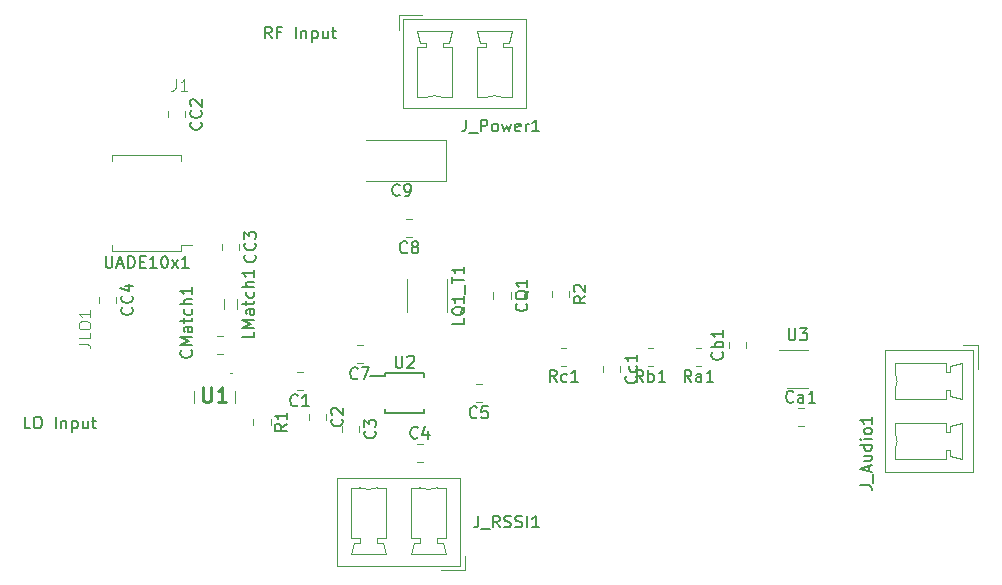
<source format=gbr>
%TF.GenerationSoftware,KiCad,Pcbnew,(5.1.9)-1*%
%TF.CreationDate,2021-03-09T18:28:39-05:00*%
%TF.ProjectId,NJR_New_DemodWithMixer,4e4a525f-4e65-4775-9f44-656d6f645769,rev?*%
%TF.SameCoordinates,Original*%
%TF.FileFunction,Legend,Top*%
%TF.FilePolarity,Positive*%
%FSLAX46Y46*%
G04 Gerber Fmt 4.6, Leading zero omitted, Abs format (unit mm)*
G04 Created by KiCad (PCBNEW (5.1.9)-1) date 2021-03-09 18:28:39*
%MOMM*%
%LPD*%
G01*
G04 APERTURE LIST*
%ADD10C,0.150000*%
%ADD11C,0.100000*%
%ADD12C,0.120000*%
%ADD13C,0.254000*%
%ADD14C,0.015000*%
G04 APERTURE END LIST*
D10*
X101759047Y-61412380D02*
X101425714Y-60936190D01*
X101187619Y-61412380D02*
X101187619Y-60412380D01*
X101568571Y-60412380D01*
X101663809Y-60460000D01*
X101711428Y-60507619D01*
X101759047Y-60602857D01*
X101759047Y-60745714D01*
X101711428Y-60840952D01*
X101663809Y-60888571D01*
X101568571Y-60936190D01*
X101187619Y-60936190D01*
X102520952Y-60888571D02*
X102187619Y-60888571D01*
X102187619Y-61412380D02*
X102187619Y-60412380D01*
X102663809Y-60412380D01*
X103806666Y-61412380D02*
X103806666Y-60412380D01*
X104282857Y-60745714D02*
X104282857Y-61412380D01*
X104282857Y-60840952D02*
X104330476Y-60793333D01*
X104425714Y-60745714D01*
X104568571Y-60745714D01*
X104663809Y-60793333D01*
X104711428Y-60888571D01*
X104711428Y-61412380D01*
X105187619Y-60745714D02*
X105187619Y-61745714D01*
X105187619Y-60793333D02*
X105282857Y-60745714D01*
X105473333Y-60745714D01*
X105568571Y-60793333D01*
X105616190Y-60840952D01*
X105663809Y-60936190D01*
X105663809Y-61221904D01*
X105616190Y-61317142D01*
X105568571Y-61364761D01*
X105473333Y-61412380D01*
X105282857Y-61412380D01*
X105187619Y-61364761D01*
X106520952Y-60745714D02*
X106520952Y-61412380D01*
X106092380Y-60745714D02*
X106092380Y-61269523D01*
X106140000Y-61364761D01*
X106235238Y-61412380D01*
X106378095Y-61412380D01*
X106473333Y-61364761D01*
X106520952Y-61317142D01*
X106854285Y-60745714D02*
X107235238Y-60745714D01*
X106997142Y-60412380D02*
X106997142Y-61269523D01*
X107044761Y-61364761D01*
X107140000Y-61412380D01*
X107235238Y-61412380D01*
X81343809Y-94432380D02*
X80867619Y-94432380D01*
X80867619Y-93432380D01*
X81867619Y-93432380D02*
X82058095Y-93432380D01*
X82153333Y-93480000D01*
X82248571Y-93575238D01*
X82296190Y-93765714D01*
X82296190Y-94099047D01*
X82248571Y-94289523D01*
X82153333Y-94384761D01*
X82058095Y-94432380D01*
X81867619Y-94432380D01*
X81772380Y-94384761D01*
X81677142Y-94289523D01*
X81629523Y-94099047D01*
X81629523Y-93765714D01*
X81677142Y-93575238D01*
X81772380Y-93480000D01*
X81867619Y-93432380D01*
X83486666Y-94432380D02*
X83486666Y-93432380D01*
X83962857Y-93765714D02*
X83962857Y-94432380D01*
X83962857Y-93860952D02*
X84010476Y-93813333D01*
X84105714Y-93765714D01*
X84248571Y-93765714D01*
X84343809Y-93813333D01*
X84391428Y-93908571D01*
X84391428Y-94432380D01*
X84867619Y-93765714D02*
X84867619Y-94765714D01*
X84867619Y-93813333D02*
X84962857Y-93765714D01*
X85153333Y-93765714D01*
X85248571Y-93813333D01*
X85296190Y-93860952D01*
X85343809Y-93956190D01*
X85343809Y-94241904D01*
X85296190Y-94337142D01*
X85248571Y-94384761D01*
X85153333Y-94432380D01*
X84962857Y-94432380D01*
X84867619Y-94384761D01*
X86200952Y-93765714D02*
X86200952Y-94432380D01*
X85772380Y-93765714D02*
X85772380Y-94289523D01*
X85820000Y-94384761D01*
X85915238Y-94432380D01*
X86058095Y-94432380D01*
X86153333Y-94384761D01*
X86200952Y-94337142D01*
X86534285Y-93765714D02*
X86915238Y-93765714D01*
X86677142Y-93432380D02*
X86677142Y-94289523D01*
X86724761Y-94384761D01*
X86820000Y-94432380D01*
X86915238Y-94432380D01*
%TO.C,U2*%
X111355000Y-89765000D02*
X111355000Y-89990000D01*
X114705000Y-89765000D02*
X114705000Y-90065000D01*
X114705000Y-93115000D02*
X114705000Y-92815000D01*
X111355000Y-93115000D02*
X111355000Y-92815000D01*
X111355000Y-89765000D02*
X114705000Y-89765000D01*
X111355000Y-93115000D02*
X114705000Y-93115000D01*
X111355000Y-89990000D02*
X110130000Y-89990000D01*
D11*
%TO.C,U1*%
X98401000Y-89780500D02*
G75*
G03*
X98301000Y-89780500I-50000J0D01*
G01*
X98301000Y-89780500D02*
G75*
G03*
X98401000Y-89780500I50000J0D01*
G01*
X98626000Y-92280500D02*
X98626000Y-91280500D01*
X95176000Y-92280500D02*
X95176000Y-91280500D01*
X98401000Y-89780500D02*
X98401000Y-89780500D01*
X98301000Y-89780500D02*
X98301000Y-89780500D01*
D12*
%TO.C,UADE10x1*%
X88290400Y-78943200D02*
X88290400Y-79451200D01*
X88290400Y-79451200D02*
X94132400Y-79451200D01*
X94132400Y-79451200D02*
X94132400Y-78943200D01*
X94132400Y-78943200D02*
X95021400Y-78943200D01*
X94132400Y-71831200D02*
X94132400Y-71323200D01*
X94132400Y-71323200D02*
X88290400Y-71323200D01*
X88290400Y-71323200D02*
X88290400Y-71831200D01*
%TO.C,CC4*%
X88619000Y-83266648D02*
X88619000Y-83789152D01*
X87149000Y-83266648D02*
X87149000Y-83789152D01*
%TO.C,CC3*%
X99033000Y-78808948D02*
X99033000Y-79331452D01*
X97563000Y-78808948D02*
X97563000Y-79331452D01*
%TO.C,CC2*%
X94461000Y-67582148D02*
X94461000Y-68104652D01*
X92991000Y-67582148D02*
X92991000Y-68104652D01*
%TO.C,C1*%
X104401252Y-89689000D02*
X103878748Y-89689000D01*
X104401252Y-91159000D02*
X103878748Y-91159000D01*
%TO.C,U3*%
X147204000Y-87798000D02*
X144754000Y-87798000D01*
X145404000Y-91018000D02*
X147204000Y-91018000D01*
%TO.C,Rc1*%
X126719064Y-87657000D02*
X126264936Y-87657000D01*
X126719064Y-89127000D02*
X126264936Y-89127000D01*
%TO.C,Rb1*%
X134085064Y-87657000D02*
X133630936Y-87657000D01*
X134085064Y-89127000D02*
X133630936Y-89127000D01*
%TO.C,Ra1*%
X138149064Y-87657000D02*
X137694936Y-87657000D01*
X138149064Y-89127000D02*
X137694936Y-89127000D01*
%TO.C,R2*%
X125503000Y-82830936D02*
X125503000Y-83285064D01*
X126973000Y-82830936D02*
X126973000Y-83285064D01*
%TO.C,R1*%
X100204600Y-93651336D02*
X100204600Y-94105464D01*
X101674600Y-93651336D02*
X101674600Y-94105464D01*
%TO.C,LQ1_T1*%
X113225000Y-81798748D02*
X113225000Y-84571252D01*
X116645000Y-81798748D02*
X116645000Y-84571252D01*
%TO.C,LMatch1*%
X97738000Y-83496578D02*
X97738000Y-84295822D01*
X98858000Y-83496578D02*
X98858000Y-84295822D01*
%TO.C,J_RSSI1*%
X118102000Y-106450000D02*
X116102000Y-106450000D01*
X118102000Y-105200000D02*
X118102000Y-106450000D01*
X108482000Y-99450000D02*
X109232000Y-99450000D01*
X108482000Y-103750000D02*
X108482000Y-99450000D01*
X109232000Y-103750000D02*
X108482000Y-103750000D01*
X109232000Y-104100000D02*
X109232000Y-103750000D01*
X108732000Y-104100000D02*
X109232000Y-104100000D01*
X108482000Y-105100000D02*
X108732000Y-104100000D01*
X111482000Y-105100000D02*
X108482000Y-105100000D01*
X111232000Y-104100000D02*
X111482000Y-105100000D01*
X110732000Y-104100000D02*
X111232000Y-104100000D01*
X110732000Y-103750000D02*
X110732000Y-104100000D01*
X111482000Y-103750000D02*
X110732000Y-103750000D01*
X111482000Y-99450000D02*
X111482000Y-103750000D01*
X110732000Y-99450000D02*
X111482000Y-99450000D01*
X113562000Y-99450000D02*
X114312000Y-99450000D01*
X113562000Y-103750000D02*
X113562000Y-99450000D01*
X114312000Y-103750000D02*
X113562000Y-103750000D01*
X114312000Y-104100000D02*
X114312000Y-103750000D01*
X113812000Y-104100000D02*
X114312000Y-104100000D01*
X113562000Y-105100000D02*
X113812000Y-104100000D01*
X116562000Y-105100000D02*
X113562000Y-105100000D01*
X116312000Y-104100000D02*
X116562000Y-105100000D01*
X115812000Y-104100000D02*
X116312000Y-104100000D01*
X115812000Y-103750000D02*
X115812000Y-104100000D01*
X116562000Y-103750000D02*
X115812000Y-103750000D01*
X116562000Y-99450000D02*
X116562000Y-103750000D01*
X115812000Y-99450000D02*
X116562000Y-99450000D01*
X107332000Y-106060000D02*
X117712000Y-106060000D01*
X107332000Y-98590000D02*
X107332000Y-106060000D01*
X117712000Y-98590000D02*
X107332000Y-98590000D01*
X117712000Y-106060000D02*
X117712000Y-98590000D01*
X109232353Y-99450155D02*
G75*
G03*
X110732000Y-99450000I749647J1700155D01*
G01*
X114312353Y-99450155D02*
G75*
G03*
X115812000Y-99450000I749647J1700155D01*
G01*
%TO.C,J_Power1*%
X112530000Y-59412000D02*
X114530000Y-59412000D01*
X112530000Y-60662000D02*
X112530000Y-59412000D01*
X122150000Y-66412000D02*
X121400000Y-66412000D01*
X122150000Y-62112000D02*
X122150000Y-66412000D01*
X121400000Y-62112000D02*
X122150000Y-62112000D01*
X121400000Y-61762000D02*
X121400000Y-62112000D01*
X121900000Y-61762000D02*
X121400000Y-61762000D01*
X122150000Y-60762000D02*
X121900000Y-61762000D01*
X119150000Y-60762000D02*
X122150000Y-60762000D01*
X119400000Y-61762000D02*
X119150000Y-60762000D01*
X119900000Y-61762000D02*
X119400000Y-61762000D01*
X119900000Y-62112000D02*
X119900000Y-61762000D01*
X119150000Y-62112000D02*
X119900000Y-62112000D01*
X119150000Y-66412000D02*
X119150000Y-62112000D01*
X119900000Y-66412000D02*
X119150000Y-66412000D01*
X117070000Y-66412000D02*
X116320000Y-66412000D01*
X117070000Y-62112000D02*
X117070000Y-66412000D01*
X116320000Y-62112000D02*
X117070000Y-62112000D01*
X116320000Y-61762000D02*
X116320000Y-62112000D01*
X116820000Y-61762000D02*
X116320000Y-61762000D01*
X117070000Y-60762000D02*
X116820000Y-61762000D01*
X114070000Y-60762000D02*
X117070000Y-60762000D01*
X114320000Y-61762000D02*
X114070000Y-60762000D01*
X114820000Y-61762000D02*
X114320000Y-61762000D01*
X114820000Y-62112000D02*
X114820000Y-61762000D01*
X114070000Y-62112000D02*
X114820000Y-62112000D01*
X114070000Y-66412000D02*
X114070000Y-62112000D01*
X114820000Y-66412000D02*
X114070000Y-66412000D01*
X123300000Y-59802000D02*
X112920000Y-59802000D01*
X123300000Y-67272000D02*
X123300000Y-59802000D01*
X112920000Y-67272000D02*
X123300000Y-67272000D01*
X112920000Y-59802000D02*
X112920000Y-67272000D01*
X121399647Y-66411845D02*
G75*
G03*
X119900000Y-66412000I-749647J-1700155D01*
G01*
X116319647Y-66411845D02*
G75*
G03*
X114820000Y-66412000I-749647J-1700155D01*
G01*
%TO.C,J_Audio1*%
X161568000Y-87384000D02*
X161568000Y-89384000D01*
X160318000Y-87384000D02*
X161568000Y-87384000D01*
X154568000Y-97004000D02*
X154568000Y-96254000D01*
X158868000Y-97004000D02*
X154568000Y-97004000D01*
X158868000Y-96254000D02*
X158868000Y-97004000D01*
X159218000Y-96254000D02*
X158868000Y-96254000D01*
X159218000Y-96754000D02*
X159218000Y-96254000D01*
X160218000Y-97004000D02*
X159218000Y-96754000D01*
X160218000Y-94004000D02*
X160218000Y-97004000D01*
X159218000Y-94254000D02*
X160218000Y-94004000D01*
X159218000Y-94754000D02*
X159218000Y-94254000D01*
X158868000Y-94754000D02*
X159218000Y-94754000D01*
X158868000Y-94004000D02*
X158868000Y-94754000D01*
X154568000Y-94004000D02*
X158868000Y-94004000D01*
X154568000Y-94754000D02*
X154568000Y-94004000D01*
X154568000Y-91924000D02*
X154568000Y-91174000D01*
X158868000Y-91924000D02*
X154568000Y-91924000D01*
X158868000Y-91174000D02*
X158868000Y-91924000D01*
X159218000Y-91174000D02*
X158868000Y-91174000D01*
X159218000Y-91674000D02*
X159218000Y-91174000D01*
X160218000Y-91924000D02*
X159218000Y-91674000D01*
X160218000Y-88924000D02*
X160218000Y-91924000D01*
X159218000Y-89174000D02*
X160218000Y-88924000D01*
X159218000Y-89674000D02*
X159218000Y-89174000D01*
X158868000Y-89674000D02*
X159218000Y-89674000D01*
X158868000Y-88924000D02*
X158868000Y-89674000D01*
X154568000Y-88924000D02*
X158868000Y-88924000D01*
X154568000Y-89674000D02*
X154568000Y-88924000D01*
X161178000Y-98154000D02*
X161178000Y-87774000D01*
X153708000Y-98154000D02*
X161178000Y-98154000D01*
X153708000Y-87774000D02*
X153708000Y-98154000D01*
X161178000Y-87774000D02*
X153708000Y-87774000D01*
X154568155Y-96253647D02*
G75*
G03*
X154568000Y-94754000I-1700155J749647D01*
G01*
X154568155Y-91173647D02*
G75*
G03*
X154568000Y-89674000I-1700155J749647D01*
G01*
%TO.C,CQ1*%
X120550000Y-82923748D02*
X120550000Y-83446252D01*
X122020000Y-82923748D02*
X122020000Y-83446252D01*
%TO.C,CMatch1*%
X97644852Y-86641000D02*
X97122348Y-86641000D01*
X97644852Y-88111000D02*
X97122348Y-88111000D01*
%TO.C,Cc1*%
X129821000Y-89146748D02*
X129821000Y-89669252D01*
X131291000Y-89146748D02*
X131291000Y-89669252D01*
%TO.C,Cb1*%
X141959000Y-87637252D02*
X141959000Y-87114748D01*
X140489000Y-87637252D02*
X140489000Y-87114748D01*
%TO.C,Ca1*%
X146296748Y-94207000D02*
X146819252Y-94207000D01*
X146296748Y-92737000D02*
X146819252Y-92737000D01*
%TO.C,C9*%
X116536000Y-70045000D02*
X109776000Y-70045000D01*
X116536000Y-73465000D02*
X116536000Y-70045000D01*
X109776000Y-73465000D02*
X116536000Y-73465000D01*
%TO.C,C8*%
X113672252Y-76735000D02*
X113149748Y-76735000D01*
X113672252Y-78205000D02*
X113149748Y-78205000D01*
%TO.C,C7*%
X109481252Y-87403000D02*
X108958748Y-87403000D01*
X109481252Y-88873000D02*
X108958748Y-88873000D01*
%TO.C,C5*%
X119575252Y-90705000D02*
X119052748Y-90705000D01*
X119575252Y-92175000D02*
X119052748Y-92175000D01*
%TO.C,C4*%
X114043748Y-97255000D02*
X114566252Y-97255000D01*
X114043748Y-95785000D02*
X114566252Y-95785000D01*
%TO.C,C3*%
X107723000Y-94226748D02*
X107723000Y-94749252D01*
X109193000Y-94226748D02*
X109193000Y-94749252D01*
%TO.C,C2*%
X104929000Y-93210748D02*
X104929000Y-93733252D01*
X106399000Y-93210748D02*
X106399000Y-93733252D01*
%TO.C,U2*%
D10*
X112268095Y-88292380D02*
X112268095Y-89101904D01*
X112315714Y-89197142D01*
X112363333Y-89244761D01*
X112458571Y-89292380D01*
X112649047Y-89292380D01*
X112744285Y-89244761D01*
X112791904Y-89197142D01*
X112839523Y-89101904D01*
X112839523Y-88292380D01*
X113268095Y-88387619D02*
X113315714Y-88340000D01*
X113410952Y-88292380D01*
X113649047Y-88292380D01*
X113744285Y-88340000D01*
X113791904Y-88387619D01*
X113839523Y-88482857D01*
X113839523Y-88578095D01*
X113791904Y-88720952D01*
X113220476Y-89292380D01*
X113839523Y-89292380D01*
%TO.C,U1*%
D13*
X95933380Y-90935023D02*
X95933380Y-91963119D01*
X95993857Y-92084071D01*
X96054333Y-92144547D01*
X96175285Y-92205023D01*
X96417190Y-92205023D01*
X96538142Y-92144547D01*
X96598619Y-92084071D01*
X96659095Y-91963119D01*
X96659095Y-90935023D01*
X97929095Y-92205023D02*
X97203380Y-92205023D01*
X97566238Y-92205023D02*
X97566238Y-90935023D01*
X97445285Y-91116452D01*
X97324333Y-91237404D01*
X97203380Y-91297880D01*
%TO.C,JLO1*%
D14*
X85418050Y-87280854D02*
X86132336Y-87280854D01*
X86275193Y-87328473D01*
X86370431Y-87423711D01*
X86418050Y-87566569D01*
X86418050Y-87661807D01*
X86418050Y-86328473D02*
X86418050Y-86804664D01*
X85418050Y-86804664D01*
X85418050Y-85804664D02*
X85418050Y-85614188D01*
X85465670Y-85518950D01*
X85560908Y-85423711D01*
X85751384Y-85376092D01*
X86084717Y-85376092D01*
X86275193Y-85423711D01*
X86370431Y-85518950D01*
X86418050Y-85614188D01*
X86418050Y-85804664D01*
X86370431Y-85899902D01*
X86275193Y-85995140D01*
X86084717Y-86042759D01*
X85751384Y-86042759D01*
X85560908Y-85995140D01*
X85465670Y-85899902D01*
X85418050Y-85804664D01*
X86418050Y-84423711D02*
X86418050Y-84995140D01*
X86418050Y-84709426D02*
X85418050Y-84709426D01*
X85560908Y-84804664D01*
X85656146Y-84899902D01*
X85703765Y-84995140D01*
%TO.C,J1*%
X93632116Y-64844050D02*
X93632116Y-65558336D01*
X93584497Y-65701193D01*
X93489259Y-65796431D01*
X93346402Y-65844050D01*
X93251164Y-65844050D01*
X94632116Y-65844050D02*
X94060688Y-65844050D01*
X94346402Y-65844050D02*
X94346402Y-64844050D01*
X94251164Y-64986908D01*
X94155926Y-65082146D01*
X94060688Y-65129765D01*
%TO.C,UADE10x1*%
D10*
X87711400Y-79839580D02*
X87711400Y-80649104D01*
X87759019Y-80744342D01*
X87806638Y-80791961D01*
X87901876Y-80839580D01*
X88092352Y-80839580D01*
X88187590Y-80791961D01*
X88235209Y-80744342D01*
X88282828Y-80649104D01*
X88282828Y-79839580D01*
X88711400Y-80553866D02*
X89187590Y-80553866D01*
X88616161Y-80839580D02*
X88949495Y-79839580D01*
X89282828Y-80839580D01*
X89616161Y-80839580D02*
X89616161Y-79839580D01*
X89854257Y-79839580D01*
X89997114Y-79887200D01*
X90092352Y-79982438D01*
X90139971Y-80077676D01*
X90187590Y-80268152D01*
X90187590Y-80411009D01*
X90139971Y-80601485D01*
X90092352Y-80696723D01*
X89997114Y-80791961D01*
X89854257Y-80839580D01*
X89616161Y-80839580D01*
X90616161Y-80315771D02*
X90949495Y-80315771D01*
X91092352Y-80839580D02*
X90616161Y-80839580D01*
X90616161Y-79839580D01*
X91092352Y-79839580D01*
X92044733Y-80839580D02*
X91473304Y-80839580D01*
X91759019Y-80839580D02*
X91759019Y-79839580D01*
X91663780Y-79982438D01*
X91568542Y-80077676D01*
X91473304Y-80125295D01*
X92663780Y-79839580D02*
X92759019Y-79839580D01*
X92854257Y-79887200D01*
X92901876Y-79934819D01*
X92949495Y-80030057D01*
X92997114Y-80220533D01*
X92997114Y-80458628D01*
X92949495Y-80649104D01*
X92901876Y-80744342D01*
X92854257Y-80791961D01*
X92759019Y-80839580D01*
X92663780Y-80839580D01*
X92568542Y-80791961D01*
X92520923Y-80744342D01*
X92473304Y-80649104D01*
X92425685Y-80458628D01*
X92425685Y-80220533D01*
X92473304Y-80030057D01*
X92520923Y-79934819D01*
X92568542Y-79887200D01*
X92663780Y-79839580D01*
X93330447Y-80839580D02*
X93854257Y-80172914D01*
X93330447Y-80172914D02*
X93854257Y-80839580D01*
X94759019Y-80839580D02*
X94187590Y-80839580D01*
X94473304Y-80839580D02*
X94473304Y-79839580D01*
X94378066Y-79982438D01*
X94282828Y-80077676D01*
X94187590Y-80125295D01*
%TO.C,CC4*%
X89921142Y-84194566D02*
X89968761Y-84242185D01*
X90016380Y-84385042D01*
X90016380Y-84480280D01*
X89968761Y-84623138D01*
X89873523Y-84718376D01*
X89778285Y-84765995D01*
X89587809Y-84813614D01*
X89444952Y-84813614D01*
X89254476Y-84765995D01*
X89159238Y-84718376D01*
X89064000Y-84623138D01*
X89016380Y-84480280D01*
X89016380Y-84385042D01*
X89064000Y-84242185D01*
X89111619Y-84194566D01*
X89921142Y-83194566D02*
X89968761Y-83242185D01*
X90016380Y-83385042D01*
X90016380Y-83480280D01*
X89968761Y-83623138D01*
X89873523Y-83718376D01*
X89778285Y-83765995D01*
X89587809Y-83813614D01*
X89444952Y-83813614D01*
X89254476Y-83765995D01*
X89159238Y-83718376D01*
X89064000Y-83623138D01*
X89016380Y-83480280D01*
X89016380Y-83385042D01*
X89064000Y-83242185D01*
X89111619Y-83194566D01*
X89349714Y-82337423D02*
X90016380Y-82337423D01*
X88968761Y-82575519D02*
X89683047Y-82813614D01*
X89683047Y-82194566D01*
%TO.C,CC3*%
X100335142Y-79736866D02*
X100382761Y-79784485D01*
X100430380Y-79927342D01*
X100430380Y-80022580D01*
X100382761Y-80165438D01*
X100287523Y-80260676D01*
X100192285Y-80308295D01*
X100001809Y-80355914D01*
X99858952Y-80355914D01*
X99668476Y-80308295D01*
X99573238Y-80260676D01*
X99478000Y-80165438D01*
X99430380Y-80022580D01*
X99430380Y-79927342D01*
X99478000Y-79784485D01*
X99525619Y-79736866D01*
X100335142Y-78736866D02*
X100382761Y-78784485D01*
X100430380Y-78927342D01*
X100430380Y-79022580D01*
X100382761Y-79165438D01*
X100287523Y-79260676D01*
X100192285Y-79308295D01*
X100001809Y-79355914D01*
X99858952Y-79355914D01*
X99668476Y-79308295D01*
X99573238Y-79260676D01*
X99478000Y-79165438D01*
X99430380Y-79022580D01*
X99430380Y-78927342D01*
X99478000Y-78784485D01*
X99525619Y-78736866D01*
X99430380Y-78403533D02*
X99430380Y-77784485D01*
X99811333Y-78117819D01*
X99811333Y-77974961D01*
X99858952Y-77879723D01*
X99906571Y-77832104D01*
X100001809Y-77784485D01*
X100239904Y-77784485D01*
X100335142Y-77832104D01*
X100382761Y-77879723D01*
X100430380Y-77974961D01*
X100430380Y-78260676D01*
X100382761Y-78355914D01*
X100335142Y-78403533D01*
%TO.C,CC2*%
X95763142Y-68510066D02*
X95810761Y-68557685D01*
X95858380Y-68700542D01*
X95858380Y-68795780D01*
X95810761Y-68938638D01*
X95715523Y-69033876D01*
X95620285Y-69081495D01*
X95429809Y-69129114D01*
X95286952Y-69129114D01*
X95096476Y-69081495D01*
X95001238Y-69033876D01*
X94906000Y-68938638D01*
X94858380Y-68795780D01*
X94858380Y-68700542D01*
X94906000Y-68557685D01*
X94953619Y-68510066D01*
X95763142Y-67510066D02*
X95810761Y-67557685D01*
X95858380Y-67700542D01*
X95858380Y-67795780D01*
X95810761Y-67938638D01*
X95715523Y-68033876D01*
X95620285Y-68081495D01*
X95429809Y-68129114D01*
X95286952Y-68129114D01*
X95096476Y-68081495D01*
X95001238Y-68033876D01*
X94906000Y-67938638D01*
X94858380Y-67795780D01*
X94858380Y-67700542D01*
X94906000Y-67557685D01*
X94953619Y-67510066D01*
X94953619Y-67129114D02*
X94906000Y-67081495D01*
X94858380Y-66986257D01*
X94858380Y-66748161D01*
X94906000Y-66652923D01*
X94953619Y-66605304D01*
X95048857Y-66557685D01*
X95144095Y-66557685D01*
X95286952Y-66605304D01*
X95858380Y-67176733D01*
X95858380Y-66557685D01*
%TO.C,C1*%
X103973333Y-92461142D02*
X103925714Y-92508761D01*
X103782857Y-92556380D01*
X103687619Y-92556380D01*
X103544761Y-92508761D01*
X103449523Y-92413523D01*
X103401904Y-92318285D01*
X103354285Y-92127809D01*
X103354285Y-91984952D01*
X103401904Y-91794476D01*
X103449523Y-91699238D01*
X103544761Y-91604000D01*
X103687619Y-91556380D01*
X103782857Y-91556380D01*
X103925714Y-91604000D01*
X103973333Y-91651619D01*
X104925714Y-92556380D02*
X104354285Y-92556380D01*
X104640000Y-92556380D02*
X104640000Y-91556380D01*
X104544761Y-91699238D01*
X104449523Y-91794476D01*
X104354285Y-91842095D01*
%TO.C,U3*%
X145542095Y-85960380D02*
X145542095Y-86769904D01*
X145589714Y-86865142D01*
X145637333Y-86912761D01*
X145732571Y-86960380D01*
X145923047Y-86960380D01*
X146018285Y-86912761D01*
X146065904Y-86865142D01*
X146113523Y-86769904D01*
X146113523Y-85960380D01*
X146494476Y-85960380D02*
X147113523Y-85960380D01*
X146780190Y-86341333D01*
X146923047Y-86341333D01*
X147018285Y-86388952D01*
X147065904Y-86436571D01*
X147113523Y-86531809D01*
X147113523Y-86769904D01*
X147065904Y-86865142D01*
X147018285Y-86912761D01*
X146923047Y-86960380D01*
X146637333Y-86960380D01*
X146542095Y-86912761D01*
X146494476Y-86865142D01*
%TO.C,Rc1*%
X125896761Y-90494380D02*
X125563428Y-90018190D01*
X125325333Y-90494380D02*
X125325333Y-89494380D01*
X125706285Y-89494380D01*
X125801523Y-89542000D01*
X125849142Y-89589619D01*
X125896761Y-89684857D01*
X125896761Y-89827714D01*
X125849142Y-89922952D01*
X125801523Y-89970571D01*
X125706285Y-90018190D01*
X125325333Y-90018190D01*
X126753904Y-90446761D02*
X126658666Y-90494380D01*
X126468190Y-90494380D01*
X126372952Y-90446761D01*
X126325333Y-90399142D01*
X126277714Y-90303904D01*
X126277714Y-90018190D01*
X126325333Y-89922952D01*
X126372952Y-89875333D01*
X126468190Y-89827714D01*
X126658666Y-89827714D01*
X126753904Y-89875333D01*
X127706285Y-90494380D02*
X127134857Y-90494380D01*
X127420571Y-90494380D02*
X127420571Y-89494380D01*
X127325333Y-89637238D01*
X127230095Y-89732476D01*
X127134857Y-89780095D01*
%TO.C,Rb1*%
X133238952Y-90494380D02*
X132905619Y-90018190D01*
X132667523Y-90494380D02*
X132667523Y-89494380D01*
X133048476Y-89494380D01*
X133143714Y-89542000D01*
X133191333Y-89589619D01*
X133238952Y-89684857D01*
X133238952Y-89827714D01*
X133191333Y-89922952D01*
X133143714Y-89970571D01*
X133048476Y-90018190D01*
X132667523Y-90018190D01*
X133667523Y-90494380D02*
X133667523Y-89494380D01*
X133667523Y-89875333D02*
X133762761Y-89827714D01*
X133953238Y-89827714D01*
X134048476Y-89875333D01*
X134096095Y-89922952D01*
X134143714Y-90018190D01*
X134143714Y-90303904D01*
X134096095Y-90399142D01*
X134048476Y-90446761D01*
X133953238Y-90494380D01*
X133762761Y-90494380D01*
X133667523Y-90446761D01*
X135096095Y-90494380D02*
X134524666Y-90494380D01*
X134810380Y-90494380D02*
X134810380Y-89494380D01*
X134715142Y-89637238D01*
X134619904Y-89732476D01*
X134524666Y-89780095D01*
%TO.C,Ra1*%
X137302952Y-90494380D02*
X136969619Y-90018190D01*
X136731523Y-90494380D02*
X136731523Y-89494380D01*
X137112476Y-89494380D01*
X137207714Y-89542000D01*
X137255333Y-89589619D01*
X137302952Y-89684857D01*
X137302952Y-89827714D01*
X137255333Y-89922952D01*
X137207714Y-89970571D01*
X137112476Y-90018190D01*
X136731523Y-90018190D01*
X138160095Y-90494380D02*
X138160095Y-89970571D01*
X138112476Y-89875333D01*
X138017238Y-89827714D01*
X137826761Y-89827714D01*
X137731523Y-89875333D01*
X138160095Y-90446761D02*
X138064857Y-90494380D01*
X137826761Y-90494380D01*
X137731523Y-90446761D01*
X137683904Y-90351523D01*
X137683904Y-90256285D01*
X137731523Y-90161047D01*
X137826761Y-90113428D01*
X138064857Y-90113428D01*
X138160095Y-90065809D01*
X139160095Y-90494380D02*
X138588666Y-90494380D01*
X138874380Y-90494380D02*
X138874380Y-89494380D01*
X138779142Y-89637238D01*
X138683904Y-89732476D01*
X138588666Y-89780095D01*
%TO.C,R2*%
X128340380Y-83224666D02*
X127864190Y-83558000D01*
X128340380Y-83796095D02*
X127340380Y-83796095D01*
X127340380Y-83415142D01*
X127388000Y-83319904D01*
X127435619Y-83272285D01*
X127530857Y-83224666D01*
X127673714Y-83224666D01*
X127768952Y-83272285D01*
X127816571Y-83319904D01*
X127864190Y-83415142D01*
X127864190Y-83796095D01*
X127435619Y-82843714D02*
X127388000Y-82796095D01*
X127340380Y-82700857D01*
X127340380Y-82462761D01*
X127388000Y-82367523D01*
X127435619Y-82319904D01*
X127530857Y-82272285D01*
X127626095Y-82272285D01*
X127768952Y-82319904D01*
X128340380Y-82891333D01*
X128340380Y-82272285D01*
%TO.C,R1*%
X103041980Y-94045066D02*
X102565790Y-94378400D01*
X103041980Y-94616495D02*
X102041980Y-94616495D01*
X102041980Y-94235542D01*
X102089600Y-94140304D01*
X102137219Y-94092685D01*
X102232457Y-94045066D01*
X102375314Y-94045066D01*
X102470552Y-94092685D01*
X102518171Y-94140304D01*
X102565790Y-94235542D01*
X102565790Y-94616495D01*
X103041980Y-93092685D02*
X103041980Y-93664114D01*
X103041980Y-93378400D02*
X102041980Y-93378400D01*
X102184838Y-93473638D01*
X102280076Y-93568876D01*
X102327695Y-93664114D01*
%TO.C,LQ1_T1*%
X118037380Y-85113571D02*
X118037380Y-85589761D01*
X117037380Y-85589761D01*
X118132619Y-84113571D02*
X118085000Y-84208809D01*
X117989761Y-84304047D01*
X117846904Y-84446904D01*
X117799285Y-84542142D01*
X117799285Y-84637380D01*
X118037380Y-84589761D02*
X117989761Y-84685000D01*
X117894523Y-84780238D01*
X117704047Y-84827857D01*
X117370714Y-84827857D01*
X117180238Y-84780238D01*
X117085000Y-84685000D01*
X117037380Y-84589761D01*
X117037380Y-84399285D01*
X117085000Y-84304047D01*
X117180238Y-84208809D01*
X117370714Y-84161190D01*
X117704047Y-84161190D01*
X117894523Y-84208809D01*
X117989761Y-84304047D01*
X118037380Y-84399285D01*
X118037380Y-84589761D01*
X118037380Y-83208809D02*
X118037380Y-83780238D01*
X118037380Y-83494523D02*
X117037380Y-83494523D01*
X117180238Y-83589761D01*
X117275476Y-83685000D01*
X117323095Y-83780238D01*
X118132619Y-83018333D02*
X118132619Y-82256428D01*
X117037380Y-82161190D02*
X117037380Y-81589761D01*
X118037380Y-81875476D02*
X117037380Y-81875476D01*
X118037380Y-80732619D02*
X118037380Y-81304047D01*
X118037380Y-81018333D02*
X117037380Y-81018333D01*
X117180238Y-81113571D01*
X117275476Y-81208809D01*
X117323095Y-81304047D01*
%TO.C,LMatch1*%
X100300380Y-86253342D02*
X100300380Y-86729533D01*
X99300380Y-86729533D01*
X100300380Y-85920009D02*
X99300380Y-85920009D01*
X100014666Y-85586676D01*
X99300380Y-85253342D01*
X100300380Y-85253342D01*
X100300380Y-84348580D02*
X99776571Y-84348580D01*
X99681333Y-84396200D01*
X99633714Y-84491438D01*
X99633714Y-84681914D01*
X99681333Y-84777152D01*
X100252761Y-84348580D02*
X100300380Y-84443819D01*
X100300380Y-84681914D01*
X100252761Y-84777152D01*
X100157523Y-84824771D01*
X100062285Y-84824771D01*
X99967047Y-84777152D01*
X99919428Y-84681914D01*
X99919428Y-84443819D01*
X99871809Y-84348580D01*
X99633714Y-84015247D02*
X99633714Y-83634295D01*
X99300380Y-83872390D02*
X100157523Y-83872390D01*
X100252761Y-83824771D01*
X100300380Y-83729533D01*
X100300380Y-83634295D01*
X100252761Y-82872390D02*
X100300380Y-82967628D01*
X100300380Y-83158104D01*
X100252761Y-83253342D01*
X100205142Y-83300961D01*
X100109904Y-83348580D01*
X99824190Y-83348580D01*
X99728952Y-83300961D01*
X99681333Y-83253342D01*
X99633714Y-83158104D01*
X99633714Y-82967628D01*
X99681333Y-82872390D01*
X100300380Y-82443819D02*
X99300380Y-82443819D01*
X100300380Y-82015247D02*
X99776571Y-82015247D01*
X99681333Y-82062866D01*
X99633714Y-82158104D01*
X99633714Y-82300961D01*
X99681333Y-82396200D01*
X99728952Y-82443819D01*
X100300380Y-81015247D02*
X100300380Y-81586676D01*
X100300380Y-81300961D02*
X99300380Y-81300961D01*
X99443238Y-81396200D01*
X99538476Y-81491438D01*
X99586095Y-81586676D01*
%TO.C,J_RSSI1*%
X119261238Y-101814380D02*
X119261238Y-102528666D01*
X119213619Y-102671523D01*
X119118380Y-102766761D01*
X118975523Y-102814380D01*
X118880285Y-102814380D01*
X119499333Y-102909619D02*
X120261238Y-102909619D01*
X121070761Y-102814380D02*
X120737428Y-102338190D01*
X120499333Y-102814380D02*
X120499333Y-101814380D01*
X120880285Y-101814380D01*
X120975523Y-101862000D01*
X121023142Y-101909619D01*
X121070761Y-102004857D01*
X121070761Y-102147714D01*
X121023142Y-102242952D01*
X120975523Y-102290571D01*
X120880285Y-102338190D01*
X120499333Y-102338190D01*
X121451714Y-102766761D02*
X121594571Y-102814380D01*
X121832666Y-102814380D01*
X121927904Y-102766761D01*
X121975523Y-102719142D01*
X122023142Y-102623904D01*
X122023142Y-102528666D01*
X121975523Y-102433428D01*
X121927904Y-102385809D01*
X121832666Y-102338190D01*
X121642190Y-102290571D01*
X121546952Y-102242952D01*
X121499333Y-102195333D01*
X121451714Y-102100095D01*
X121451714Y-102004857D01*
X121499333Y-101909619D01*
X121546952Y-101862000D01*
X121642190Y-101814380D01*
X121880285Y-101814380D01*
X122023142Y-101862000D01*
X122404095Y-102766761D02*
X122546952Y-102814380D01*
X122785047Y-102814380D01*
X122880285Y-102766761D01*
X122927904Y-102719142D01*
X122975523Y-102623904D01*
X122975523Y-102528666D01*
X122927904Y-102433428D01*
X122880285Y-102385809D01*
X122785047Y-102338190D01*
X122594571Y-102290571D01*
X122499333Y-102242952D01*
X122451714Y-102195333D01*
X122404095Y-102100095D01*
X122404095Y-102004857D01*
X122451714Y-101909619D01*
X122499333Y-101862000D01*
X122594571Y-101814380D01*
X122832666Y-101814380D01*
X122975523Y-101862000D01*
X123404095Y-102814380D02*
X123404095Y-101814380D01*
X124404095Y-102814380D02*
X123832666Y-102814380D01*
X124118380Y-102814380D02*
X124118380Y-101814380D01*
X124023142Y-101957238D01*
X123927904Y-102052476D01*
X123832666Y-102100095D01*
%TO.C,J_Power1*%
X118229428Y-68286380D02*
X118229428Y-69000666D01*
X118181809Y-69143523D01*
X118086571Y-69238761D01*
X117943714Y-69286380D01*
X117848476Y-69286380D01*
X118467523Y-69381619D02*
X119229428Y-69381619D01*
X119467523Y-69286380D02*
X119467523Y-68286380D01*
X119848476Y-68286380D01*
X119943714Y-68334000D01*
X119991333Y-68381619D01*
X120038952Y-68476857D01*
X120038952Y-68619714D01*
X119991333Y-68714952D01*
X119943714Y-68762571D01*
X119848476Y-68810190D01*
X119467523Y-68810190D01*
X120610380Y-69286380D02*
X120515142Y-69238761D01*
X120467523Y-69191142D01*
X120419904Y-69095904D01*
X120419904Y-68810190D01*
X120467523Y-68714952D01*
X120515142Y-68667333D01*
X120610380Y-68619714D01*
X120753238Y-68619714D01*
X120848476Y-68667333D01*
X120896095Y-68714952D01*
X120943714Y-68810190D01*
X120943714Y-69095904D01*
X120896095Y-69191142D01*
X120848476Y-69238761D01*
X120753238Y-69286380D01*
X120610380Y-69286380D01*
X121277047Y-68619714D02*
X121467523Y-69286380D01*
X121658000Y-68810190D01*
X121848476Y-69286380D01*
X122038952Y-68619714D01*
X122800857Y-69238761D02*
X122705619Y-69286380D01*
X122515142Y-69286380D01*
X122419904Y-69238761D01*
X122372285Y-69143523D01*
X122372285Y-68762571D01*
X122419904Y-68667333D01*
X122515142Y-68619714D01*
X122705619Y-68619714D01*
X122800857Y-68667333D01*
X122848476Y-68762571D01*
X122848476Y-68857809D01*
X122372285Y-68953047D01*
X123277047Y-69286380D02*
X123277047Y-68619714D01*
X123277047Y-68810190D02*
X123324666Y-68714952D01*
X123372285Y-68667333D01*
X123467523Y-68619714D01*
X123562761Y-68619714D01*
X124419904Y-69286380D02*
X123848476Y-69286380D01*
X124134190Y-69286380D02*
X124134190Y-68286380D01*
X124038952Y-68429238D01*
X123943714Y-68524476D01*
X123848476Y-68572095D01*
%TO.C,J_Audio1*%
X151598380Y-99258095D02*
X152312666Y-99258095D01*
X152455523Y-99305714D01*
X152550761Y-99400952D01*
X152598380Y-99543809D01*
X152598380Y-99639047D01*
X152693619Y-99020000D02*
X152693619Y-98258095D01*
X152312666Y-98067619D02*
X152312666Y-97591428D01*
X152598380Y-98162857D02*
X151598380Y-97829523D01*
X152598380Y-97496190D01*
X151931714Y-96734285D02*
X152598380Y-96734285D01*
X151931714Y-97162857D02*
X152455523Y-97162857D01*
X152550761Y-97115238D01*
X152598380Y-97020000D01*
X152598380Y-96877142D01*
X152550761Y-96781904D01*
X152503142Y-96734285D01*
X152598380Y-95829523D02*
X151598380Y-95829523D01*
X152550761Y-95829523D02*
X152598380Y-95924761D01*
X152598380Y-96115238D01*
X152550761Y-96210476D01*
X152503142Y-96258095D01*
X152407904Y-96305714D01*
X152122190Y-96305714D01*
X152026952Y-96258095D01*
X151979333Y-96210476D01*
X151931714Y-96115238D01*
X151931714Y-95924761D01*
X151979333Y-95829523D01*
X152598380Y-95353333D02*
X151931714Y-95353333D01*
X151598380Y-95353333D02*
X151646000Y-95400952D01*
X151693619Y-95353333D01*
X151646000Y-95305714D01*
X151598380Y-95353333D01*
X151693619Y-95353333D01*
X152598380Y-94734285D02*
X152550761Y-94829523D01*
X152503142Y-94877142D01*
X152407904Y-94924761D01*
X152122190Y-94924761D01*
X152026952Y-94877142D01*
X151979333Y-94829523D01*
X151931714Y-94734285D01*
X151931714Y-94591428D01*
X151979333Y-94496190D01*
X152026952Y-94448571D01*
X152122190Y-94400952D01*
X152407904Y-94400952D01*
X152503142Y-94448571D01*
X152550761Y-94496190D01*
X152598380Y-94591428D01*
X152598380Y-94734285D01*
X152598380Y-93448571D02*
X152598380Y-94020000D01*
X152598380Y-93734285D02*
X151598380Y-93734285D01*
X151741238Y-93829523D01*
X151836476Y-93924761D01*
X151884095Y-94020000D01*
%TO.C,CQ1*%
X123322142Y-83875476D02*
X123369761Y-83923095D01*
X123417380Y-84065952D01*
X123417380Y-84161190D01*
X123369761Y-84304047D01*
X123274523Y-84399285D01*
X123179285Y-84446904D01*
X122988809Y-84494523D01*
X122845952Y-84494523D01*
X122655476Y-84446904D01*
X122560238Y-84399285D01*
X122465000Y-84304047D01*
X122417380Y-84161190D01*
X122417380Y-84065952D01*
X122465000Y-83923095D01*
X122512619Y-83875476D01*
X123512619Y-82780238D02*
X123465000Y-82875476D01*
X123369761Y-82970714D01*
X123226904Y-83113571D01*
X123179285Y-83208809D01*
X123179285Y-83304047D01*
X123417380Y-83256428D02*
X123369761Y-83351666D01*
X123274523Y-83446904D01*
X123084047Y-83494523D01*
X122750714Y-83494523D01*
X122560238Y-83446904D01*
X122465000Y-83351666D01*
X122417380Y-83256428D01*
X122417380Y-83065952D01*
X122465000Y-82970714D01*
X122560238Y-82875476D01*
X122750714Y-82827857D01*
X123084047Y-82827857D01*
X123274523Y-82875476D01*
X123369761Y-82970714D01*
X123417380Y-83065952D01*
X123417380Y-83256428D01*
X123417380Y-81875476D02*
X123417380Y-82446904D01*
X123417380Y-82161190D02*
X122417380Y-82161190D01*
X122560238Y-82256428D01*
X122655476Y-82351666D01*
X122703095Y-82446904D01*
%TO.C,CMatch1*%
X94946742Y-87828142D02*
X94994361Y-87875761D01*
X95041980Y-88018619D01*
X95041980Y-88113857D01*
X94994361Y-88256714D01*
X94899123Y-88351952D01*
X94803885Y-88399571D01*
X94613409Y-88447190D01*
X94470552Y-88447190D01*
X94280076Y-88399571D01*
X94184838Y-88351952D01*
X94089600Y-88256714D01*
X94041980Y-88113857D01*
X94041980Y-88018619D01*
X94089600Y-87875761D01*
X94137219Y-87828142D01*
X95041980Y-87399571D02*
X94041980Y-87399571D01*
X94756266Y-87066238D01*
X94041980Y-86732904D01*
X95041980Y-86732904D01*
X95041980Y-85828142D02*
X94518171Y-85828142D01*
X94422933Y-85875761D01*
X94375314Y-85971000D01*
X94375314Y-86161476D01*
X94422933Y-86256714D01*
X94994361Y-85828142D02*
X95041980Y-85923380D01*
X95041980Y-86161476D01*
X94994361Y-86256714D01*
X94899123Y-86304333D01*
X94803885Y-86304333D01*
X94708647Y-86256714D01*
X94661028Y-86161476D01*
X94661028Y-85923380D01*
X94613409Y-85828142D01*
X94375314Y-85494809D02*
X94375314Y-85113857D01*
X94041980Y-85351952D02*
X94899123Y-85351952D01*
X94994361Y-85304333D01*
X95041980Y-85209095D01*
X95041980Y-85113857D01*
X94994361Y-84351952D02*
X95041980Y-84447190D01*
X95041980Y-84637666D01*
X94994361Y-84732904D01*
X94946742Y-84780523D01*
X94851504Y-84828142D01*
X94565790Y-84828142D01*
X94470552Y-84780523D01*
X94422933Y-84732904D01*
X94375314Y-84637666D01*
X94375314Y-84447190D01*
X94422933Y-84351952D01*
X95041980Y-83923380D02*
X94041980Y-83923380D01*
X95041980Y-83494809D02*
X94518171Y-83494809D01*
X94422933Y-83542428D01*
X94375314Y-83637666D01*
X94375314Y-83780523D01*
X94422933Y-83875761D01*
X94470552Y-83923380D01*
X95041980Y-82494809D02*
X95041980Y-83066238D01*
X95041980Y-82780523D02*
X94041980Y-82780523D01*
X94184838Y-82875761D01*
X94280076Y-82971000D01*
X94327695Y-83066238D01*
%TO.C,Cc1*%
X132593142Y-90003238D02*
X132640761Y-90050857D01*
X132688380Y-90193714D01*
X132688380Y-90288952D01*
X132640761Y-90431809D01*
X132545523Y-90527047D01*
X132450285Y-90574666D01*
X132259809Y-90622285D01*
X132116952Y-90622285D01*
X131926476Y-90574666D01*
X131831238Y-90527047D01*
X131736000Y-90431809D01*
X131688380Y-90288952D01*
X131688380Y-90193714D01*
X131736000Y-90050857D01*
X131783619Y-90003238D01*
X132640761Y-89146095D02*
X132688380Y-89241333D01*
X132688380Y-89431809D01*
X132640761Y-89527047D01*
X132593142Y-89574666D01*
X132497904Y-89622285D01*
X132212190Y-89622285D01*
X132116952Y-89574666D01*
X132069333Y-89527047D01*
X132021714Y-89431809D01*
X132021714Y-89241333D01*
X132069333Y-89146095D01*
X132688380Y-88193714D02*
X132688380Y-88765142D01*
X132688380Y-88479428D02*
X131688380Y-88479428D01*
X131831238Y-88574666D01*
X131926476Y-88669904D01*
X131974095Y-88765142D01*
%TO.C,Cb1*%
X139901142Y-87995047D02*
X139948761Y-88042666D01*
X139996380Y-88185523D01*
X139996380Y-88280761D01*
X139948761Y-88423619D01*
X139853523Y-88518857D01*
X139758285Y-88566476D01*
X139567809Y-88614095D01*
X139424952Y-88614095D01*
X139234476Y-88566476D01*
X139139238Y-88518857D01*
X139044000Y-88423619D01*
X138996380Y-88280761D01*
X138996380Y-88185523D01*
X139044000Y-88042666D01*
X139091619Y-87995047D01*
X139996380Y-87566476D02*
X138996380Y-87566476D01*
X139377333Y-87566476D02*
X139329714Y-87471238D01*
X139329714Y-87280761D01*
X139377333Y-87185523D01*
X139424952Y-87137904D01*
X139520190Y-87090285D01*
X139805904Y-87090285D01*
X139901142Y-87137904D01*
X139948761Y-87185523D01*
X139996380Y-87280761D01*
X139996380Y-87471238D01*
X139948761Y-87566476D01*
X139996380Y-86137904D02*
X139996380Y-86709333D01*
X139996380Y-86423619D02*
X138996380Y-86423619D01*
X139139238Y-86518857D01*
X139234476Y-86614095D01*
X139282095Y-86709333D01*
%TO.C,Ca1*%
X145938952Y-92149142D02*
X145891333Y-92196761D01*
X145748476Y-92244380D01*
X145653238Y-92244380D01*
X145510380Y-92196761D01*
X145415142Y-92101523D01*
X145367523Y-92006285D01*
X145319904Y-91815809D01*
X145319904Y-91672952D01*
X145367523Y-91482476D01*
X145415142Y-91387238D01*
X145510380Y-91292000D01*
X145653238Y-91244380D01*
X145748476Y-91244380D01*
X145891333Y-91292000D01*
X145938952Y-91339619D01*
X146796095Y-92244380D02*
X146796095Y-91720571D01*
X146748476Y-91625333D01*
X146653238Y-91577714D01*
X146462761Y-91577714D01*
X146367523Y-91625333D01*
X146796095Y-92196761D02*
X146700857Y-92244380D01*
X146462761Y-92244380D01*
X146367523Y-92196761D01*
X146319904Y-92101523D01*
X146319904Y-92006285D01*
X146367523Y-91911047D01*
X146462761Y-91863428D01*
X146700857Y-91863428D01*
X146796095Y-91815809D01*
X147796095Y-92244380D02*
X147224666Y-92244380D01*
X147510380Y-92244380D02*
X147510380Y-91244380D01*
X147415142Y-91387238D01*
X147319904Y-91482476D01*
X147224666Y-91530095D01*
%TO.C,C9*%
X112609333Y-74662142D02*
X112561714Y-74709761D01*
X112418857Y-74757380D01*
X112323619Y-74757380D01*
X112180761Y-74709761D01*
X112085523Y-74614523D01*
X112037904Y-74519285D01*
X111990285Y-74328809D01*
X111990285Y-74185952D01*
X112037904Y-73995476D01*
X112085523Y-73900238D01*
X112180761Y-73805000D01*
X112323619Y-73757380D01*
X112418857Y-73757380D01*
X112561714Y-73805000D01*
X112609333Y-73852619D01*
X113085523Y-74757380D02*
X113276000Y-74757380D01*
X113371238Y-74709761D01*
X113418857Y-74662142D01*
X113514095Y-74519285D01*
X113561714Y-74328809D01*
X113561714Y-73947857D01*
X113514095Y-73852619D01*
X113466476Y-73805000D01*
X113371238Y-73757380D01*
X113180761Y-73757380D01*
X113085523Y-73805000D01*
X113037904Y-73852619D01*
X112990285Y-73947857D01*
X112990285Y-74185952D01*
X113037904Y-74281190D01*
X113085523Y-74328809D01*
X113180761Y-74376428D01*
X113371238Y-74376428D01*
X113466476Y-74328809D01*
X113514095Y-74281190D01*
X113561714Y-74185952D01*
%TO.C,C8*%
X113244333Y-79507142D02*
X113196714Y-79554761D01*
X113053857Y-79602380D01*
X112958619Y-79602380D01*
X112815761Y-79554761D01*
X112720523Y-79459523D01*
X112672904Y-79364285D01*
X112625285Y-79173809D01*
X112625285Y-79030952D01*
X112672904Y-78840476D01*
X112720523Y-78745238D01*
X112815761Y-78650000D01*
X112958619Y-78602380D01*
X113053857Y-78602380D01*
X113196714Y-78650000D01*
X113244333Y-78697619D01*
X113815761Y-79030952D02*
X113720523Y-78983333D01*
X113672904Y-78935714D01*
X113625285Y-78840476D01*
X113625285Y-78792857D01*
X113672904Y-78697619D01*
X113720523Y-78650000D01*
X113815761Y-78602380D01*
X114006238Y-78602380D01*
X114101476Y-78650000D01*
X114149095Y-78697619D01*
X114196714Y-78792857D01*
X114196714Y-78840476D01*
X114149095Y-78935714D01*
X114101476Y-78983333D01*
X114006238Y-79030952D01*
X113815761Y-79030952D01*
X113720523Y-79078571D01*
X113672904Y-79126190D01*
X113625285Y-79221428D01*
X113625285Y-79411904D01*
X113672904Y-79507142D01*
X113720523Y-79554761D01*
X113815761Y-79602380D01*
X114006238Y-79602380D01*
X114101476Y-79554761D01*
X114149095Y-79507142D01*
X114196714Y-79411904D01*
X114196714Y-79221428D01*
X114149095Y-79126190D01*
X114101476Y-79078571D01*
X114006238Y-79030952D01*
%TO.C,C7*%
X109053333Y-90175142D02*
X109005714Y-90222761D01*
X108862857Y-90270380D01*
X108767619Y-90270380D01*
X108624761Y-90222761D01*
X108529523Y-90127523D01*
X108481904Y-90032285D01*
X108434285Y-89841809D01*
X108434285Y-89698952D01*
X108481904Y-89508476D01*
X108529523Y-89413238D01*
X108624761Y-89318000D01*
X108767619Y-89270380D01*
X108862857Y-89270380D01*
X109005714Y-89318000D01*
X109053333Y-89365619D01*
X109386666Y-89270380D02*
X110053333Y-89270380D01*
X109624761Y-90270380D01*
%TO.C,C5*%
X119147333Y-93477142D02*
X119099714Y-93524761D01*
X118956857Y-93572380D01*
X118861619Y-93572380D01*
X118718761Y-93524761D01*
X118623523Y-93429523D01*
X118575904Y-93334285D01*
X118528285Y-93143809D01*
X118528285Y-93000952D01*
X118575904Y-92810476D01*
X118623523Y-92715238D01*
X118718761Y-92620000D01*
X118861619Y-92572380D01*
X118956857Y-92572380D01*
X119099714Y-92620000D01*
X119147333Y-92667619D01*
X120052095Y-92572380D02*
X119575904Y-92572380D01*
X119528285Y-93048571D01*
X119575904Y-93000952D01*
X119671142Y-92953333D01*
X119909238Y-92953333D01*
X120004476Y-93000952D01*
X120052095Y-93048571D01*
X120099714Y-93143809D01*
X120099714Y-93381904D01*
X120052095Y-93477142D01*
X120004476Y-93524761D01*
X119909238Y-93572380D01*
X119671142Y-93572380D01*
X119575904Y-93524761D01*
X119528285Y-93477142D01*
%TO.C,C4*%
X114138333Y-95197142D02*
X114090714Y-95244761D01*
X113947857Y-95292380D01*
X113852619Y-95292380D01*
X113709761Y-95244761D01*
X113614523Y-95149523D01*
X113566904Y-95054285D01*
X113519285Y-94863809D01*
X113519285Y-94720952D01*
X113566904Y-94530476D01*
X113614523Y-94435238D01*
X113709761Y-94340000D01*
X113852619Y-94292380D01*
X113947857Y-94292380D01*
X114090714Y-94340000D01*
X114138333Y-94387619D01*
X114995476Y-94625714D02*
X114995476Y-95292380D01*
X114757380Y-94244761D02*
X114519285Y-94959047D01*
X115138333Y-94959047D01*
%TO.C,C3*%
X110495142Y-94654666D02*
X110542761Y-94702285D01*
X110590380Y-94845142D01*
X110590380Y-94940380D01*
X110542761Y-95083238D01*
X110447523Y-95178476D01*
X110352285Y-95226095D01*
X110161809Y-95273714D01*
X110018952Y-95273714D01*
X109828476Y-95226095D01*
X109733238Y-95178476D01*
X109638000Y-95083238D01*
X109590380Y-94940380D01*
X109590380Y-94845142D01*
X109638000Y-94702285D01*
X109685619Y-94654666D01*
X109590380Y-94321333D02*
X109590380Y-93702285D01*
X109971333Y-94035619D01*
X109971333Y-93892761D01*
X110018952Y-93797523D01*
X110066571Y-93749904D01*
X110161809Y-93702285D01*
X110399904Y-93702285D01*
X110495142Y-93749904D01*
X110542761Y-93797523D01*
X110590380Y-93892761D01*
X110590380Y-94178476D01*
X110542761Y-94273714D01*
X110495142Y-94321333D01*
%TO.C,C2*%
X107701142Y-93638666D02*
X107748761Y-93686285D01*
X107796380Y-93829142D01*
X107796380Y-93924380D01*
X107748761Y-94067238D01*
X107653523Y-94162476D01*
X107558285Y-94210095D01*
X107367809Y-94257714D01*
X107224952Y-94257714D01*
X107034476Y-94210095D01*
X106939238Y-94162476D01*
X106844000Y-94067238D01*
X106796380Y-93924380D01*
X106796380Y-93829142D01*
X106844000Y-93686285D01*
X106891619Y-93638666D01*
X106891619Y-93257714D02*
X106844000Y-93210095D01*
X106796380Y-93114857D01*
X106796380Y-92876761D01*
X106844000Y-92781523D01*
X106891619Y-92733904D01*
X106986857Y-92686285D01*
X107082095Y-92686285D01*
X107224952Y-92733904D01*
X107796380Y-93305333D01*
X107796380Y-92686285D01*
%TD*%
M02*

</source>
